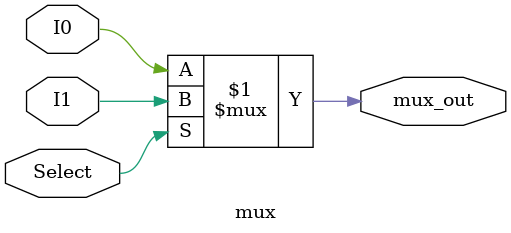
<source format=v>
/* 
//HARDWARE SECURITY PROJECT
G Group 9 - P2
1. Avinash Ayalasomayajula - 0699 6946
2. Smarat Kautilya - 7419 2986
3. Yashwanth Katta - 3451 7972
*/

//CODE FOR A 2 TO 1 MUX

`timescale 1ns / 1ps

module  mux(I0, I1, Select, mux_out);

input I0, I1, Select ;
output mux_out;

wire  mux_out;

assign mux_out = (Select) ? I1 : I0;

endmodule 
</source>
